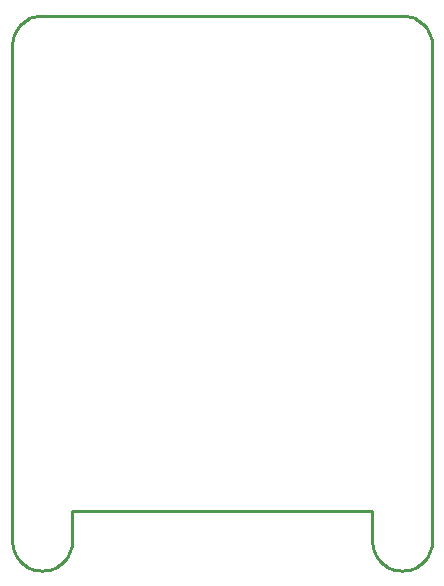
<source format=gbr>
G04 EAGLE Gerber RS-274X export*
G75*
%MOMM*%
%FSLAX34Y34*%
%LPD*%
%IN*%
%IPPOS*%
%AMOC8*
5,1,8,0,0,1.08239X$1,22.5*%
G01*
%ADD10C,0.254000*%


D10*
X0Y-25400D02*
X97Y-27614D01*
X386Y-29811D01*
X865Y-31974D01*
X1532Y-34087D01*
X2380Y-36135D01*
X3403Y-38100D01*
X4594Y-39969D01*
X5942Y-41727D01*
X7440Y-43361D01*
X9073Y-44858D01*
X10831Y-46206D01*
X12700Y-47397D01*
X14666Y-48420D01*
X16713Y-49268D01*
X18826Y-49935D01*
X20989Y-50414D01*
X23186Y-50703D01*
X25400Y-50800D01*
X27614Y-50703D01*
X29811Y-50414D01*
X31974Y-49935D01*
X34087Y-49268D01*
X36135Y-48420D01*
X38100Y-47397D01*
X39969Y-46206D01*
X41727Y-44858D01*
X43361Y-43361D01*
X44858Y-41727D01*
X46206Y-39969D01*
X47397Y-38100D01*
X48420Y-36135D01*
X49268Y-34087D01*
X49935Y-31974D01*
X50414Y-29811D01*
X50703Y-27614D01*
X50800Y-25400D01*
X50800Y0D01*
X304800Y0D01*
X304800Y-25400D01*
X304897Y-27614D01*
X305186Y-29811D01*
X305665Y-31974D01*
X306332Y-34087D01*
X307180Y-36135D01*
X308203Y-38100D01*
X309394Y-39969D01*
X310742Y-41727D01*
X312240Y-43361D01*
X313873Y-44858D01*
X315631Y-46206D01*
X317500Y-47397D01*
X319466Y-48420D01*
X321513Y-49268D01*
X323626Y-49935D01*
X325789Y-50414D01*
X327986Y-50703D01*
X330200Y-50800D01*
X332414Y-50703D01*
X334611Y-50414D01*
X336774Y-49935D01*
X338887Y-49268D01*
X340935Y-48420D01*
X342900Y-47397D01*
X344769Y-46206D01*
X346527Y-44858D01*
X348161Y-43361D01*
X349658Y-41727D01*
X351006Y-39969D01*
X352197Y-38100D01*
X353220Y-36135D01*
X354068Y-34087D01*
X354735Y-31974D01*
X355214Y-29811D01*
X355503Y-27614D01*
X355600Y-25400D01*
X355600Y393700D01*
X355503Y395914D01*
X355214Y398111D01*
X354735Y400274D01*
X354068Y402387D01*
X353220Y404435D01*
X352197Y406400D01*
X351006Y408269D01*
X349658Y410027D01*
X348161Y411661D01*
X346527Y413158D01*
X344769Y414506D01*
X342900Y415697D01*
X340935Y416720D01*
X338887Y417568D01*
X336774Y418235D01*
X334611Y418714D01*
X332414Y419003D01*
X330200Y419100D01*
X25400Y419100D01*
X23186Y419003D01*
X20989Y418714D01*
X18826Y418235D01*
X16713Y417568D01*
X14666Y416720D01*
X12700Y415697D01*
X10831Y414506D01*
X9073Y413158D01*
X7440Y411661D01*
X5942Y410027D01*
X4594Y408269D01*
X3403Y406400D01*
X2380Y404435D01*
X1532Y402387D01*
X865Y400274D01*
X386Y398111D01*
X97Y395914D01*
X0Y393700D01*
X0Y-25400D01*
M02*

</source>
